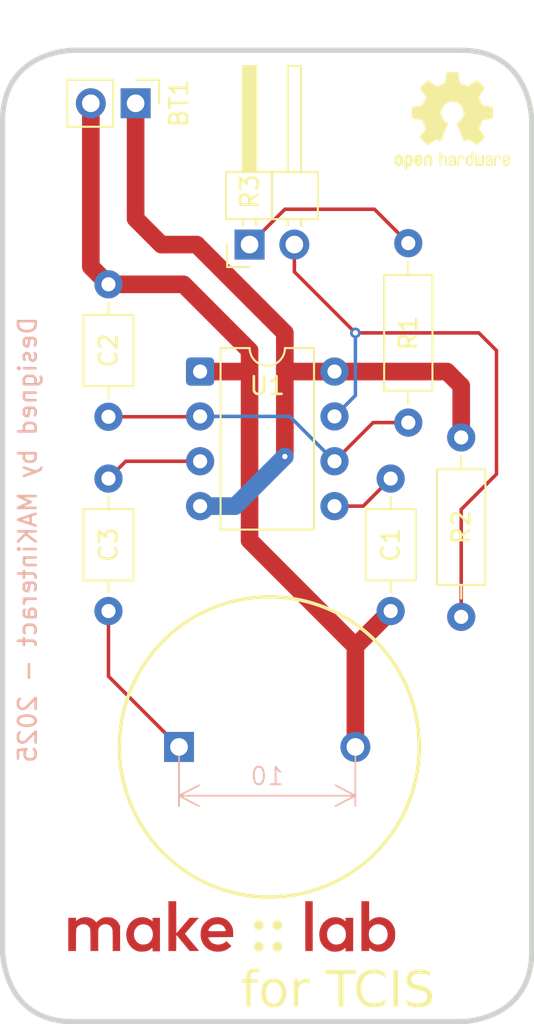
<source format=kicad_pcb>
(kicad_pcb (version 20241229) (generator "pcbnew") (generator_version "9.0")
  (layers (0 "F.Cu" signal) (2 "B.Cu" signal) (13 "F.Paste" user) (15 "B.Paste" user) (5 "F.SilkS" user "F.Silkscreen") (7 "B.SilkS" user "B.Silkscreen") (1 "F.Mask" user) (3 "B.Mask" user) (25 "Edge.Cuts" user))
  (net 0 "")
  (net 1 "+9V")
  (net 2 "GND")
  (net 3 "Net-(U1-CV)")
  (net 4 "Net-(U1-THR)")
  (net 5 "Net-(U1-Q)")
  (net 6 "Net-(C3-Pad2)")
  (net 7 "A")
  (net 8 "B")
  (footprint "Library:Speaker" (layer "F.Cu") (at 107 53.205)
    (property "Reference" "LS1" (hide yes))
    (property "Value" "Piezo Speaker")
    (pad "1" thru_hole rect (at -6 15.24) (size 1.7 1.7) (drill 1) (layers "*.Cu" "*.Mask") (net 6 "Net-(C3-Pad2)"))
    (pad "2" thru_hole oval (at 4 15.24) (size 1.7 1.7) (drill 1) (layers "*.Cu" "*.Mask") (net 2 "GND"))
  )
  (footprint "Package_DIP:DIP-8_W7.62mm" (layer "F.Cu") (at 102.195 47.19)
    (property "Reference" "U1" (at 3.81 0.81 0) (layer "F.SilkS"))
    (property "Value" "NE555P")
    (pad "1" thru_hole roundrect (at 0 0) (size 1.6 1.6) (drill 0.8) (layers "*.Cu" "*.Mask") (roundrect_rratio 0.15625) (net 2 "GND"))
    (pad "2" thru_hole circle (at 0 2.54) (size 1.6 1.6) (drill 0.8) (layers "*.Cu" "*.Mask") (net 4 "Net-(U1-THR)"))
    (pad "3" thru_hole circle (at 0 5.08) (size 1.6 1.6) (drill 0.8) (layers "*.Cu" "*.Mask") (net 5 "Net-(U1-Q)"))
    (pad "4" thru_hole circle (at 0 7.62) (size 1.6 1.6) (drill 0.8) (layers "*.Cu" "*.Mask") (net 1 "+9V"))
    (pad "5" thru_hole circle (at 7.62 7.62) (size 1.6 1.6) (drill 0.8) (layers "*.Cu" "*.Mask") (net 3 "Net-(U1-CV)"))
    (pad "6" thru_hole circle (at 7.62 5.08) (size 1.6 1.6) (drill 0.8) (layers "*.Cu" "*.Mask") (net 4 "Net-(U1-THR)"))
    (pad "7" thru_hole circle (at 7.62 2.54) (size 1.6 1.6) (drill 0.8) (layers "*.Cu" "*.Mask") (net 8 "B"))
    (pad "8" thru_hole circle (at 7.62 0) (size 1.6 1.6) (drill 0.8) (layers "*.Cu" "*.Mask") (net 1 "+9V"))
  )
  (footprint "LOGO" (layer "F.Cu") (at 104 79)
    (property "Reference" "G***" (hide yes))
    (property "Value" "LOGO" (hide yes))
    (fp_poly (pts (xy 4.58 -0.41) (xy 4.58 1) (xy 4.37 1) (xy 4.16 1) (xy 4.16 -0.41) (xy 4.16 -1.82) (xy 4.37 -1.82) (xy 4.58 -1.82)) (fill yes) (layer "F.Cu"))
    (fp_poly (pts (xy -3.155202 -0.910668) (xy -3.15 -0.001336) (xy -2.772142 -0.440668) (xy -2.394284 -0.88) (xy -2.136736 -0.88) (xy -1.879189 -0.88) (xy -2.262129 -0.445) (xy -2.360412 -0.332903) (xy -2.449998 -0.229858) (xy -2.527472 -0.139862) (xy -2.589423 -0.066911) (xy -2.632435 -0.014999) (xy -2.653096 0.011877) (xy -2.654317 0.014069) (xy -2.644236 0.034904) (xy -2.611217 0.082049) (xy -2.558401 0.151486) (xy -2.488931 0.239197) (xy -2.405948 0.341165) (xy -2.312596 0.453371) (xy -2.286724 0.484069) (xy -2.189378 0.599348) (xy -2.09948 0.705972) (xy -2.020549 0.799753) (xy -1.956107 0.876503) (xy -1.909672 0.932034) (xy -1.884765 0.962157) (xy -1.882492 0.965) (xy -1.873868 0.97901) (xy -1.877429 0.988688) (xy -1.898724 0.994828) (xy -1.943301 0.998229) (xy -2.016706 0.999687) (xy -2.124489 0.999999) (xy -2.126171 1) (xy -2.39724 1) (xy -2.77362 0.545335) (xy -3.15 0.09067) (xy -3.155376 0.545335) (xy -3.160751 1) (xy -3.380376 1) (xy -3.6 1) (xy -3.6 -0.41) (xy -3.6 -1.82) (xy -3.380202 -1.82) (xy -3.160404 -1.82)) (fill yes) (layer "F.Cu"))
    (fp_poly (pts (xy 5.965715 -0.911617) (xy 6.125733 -0.87593) (xy 6.271326 -0.809632) (xy 6.365912 -0.740906) (xy 6.44 -0.675857) (xy 6.44 -0.777929) (xy 6.44 -0.88) (xy 6.660195 -0.88) (xy 6.880391 -0.88) (xy 6.875195 0.065) (xy 6.87 1.01) (xy 6.655 1.015676) (xy 6.44 1.021353) (xy 6.44 0.918996) (xy 6.44 0.816638) (xy 6.358568 0.881134) (xy 6.23966 0.959631) (xy 6.11296 1.009721) (xy 5.968313 1.034613) (xy 5.86 1.038803) (xy 5.730136 1.034047) (xy 5.628762 1.019262) (xy 5.566576 1.001324) (xy 5.421258 0.930576) (xy 5.282563 0.828615) (xy 5.160807 0.70406) (xy 5.086198 0.6) (xy 5.018649 0.456387) (xy 4.974096 0.2902) (xy 4.953654 0.11235) (xy 4.954991 0.062452) (xy 5.392868 0.062452) (xy 5.404658 0.197312) (xy 5.438392 0.311166) (xy 5.516148 0.440989) (xy 5.621226 0.54203) (xy 5.751648 0.612487) (xy 5.77987 0.62251) (xy 5.852682 0.634267) (xy 5.946702 0.633315) (xy 6.045785 0.621249) (xy 6.133785 0.599665) (xy 6.172851 0.583686) (xy 6.266963 0.517528) (xy 6.35137 0.425355) (xy 6.414168 0.321094) (xy 6.428914 0.284105) (xy 6.451918 0.177474) (xy 6.458689 0.052624) (xy 6.449319 -0.072145) (xy 6.426656 -0.170734) (xy 6.368124 -0.283879) (xy 6.279289 -0.381332) (xy 6.168651 -0.457116) (xy 6.044709 -0.505253) (xy 5.93 -0.52) (xy 5.798831 -0.501029) (xy 5.673553 -0.448014) (xy 5.563006 -0.366802) (xy 5.476025 -0.26324) (xy 5.440155 -0.195929) (xy 5.404719 -0.073851) (xy 5.392868 0.062452) (xy 4.954991 0.062452) (xy 4.958438 -0.066254) (xy 4.989562 -0.234701) (xy 4.998016 -0.262999) (xy 5.074675 -0.441776) (xy 5.182374 -0.598704) (xy 5.317603 -0.7296) (xy 5.472082 -0.827902) (xy 5.631591 -0.888313) (xy 5.798568 -0.915981)) (fill yes) (layer "F.Cu"))
    (fp_poly (pts (xy -4.967989 -0.910018) (xy -4.806093 -0.870039) (xy -4.655484 -0.795934) (xy -4.605 -0.760653) (xy -4.5 -0.680615) (xy -4.5 -0.780308) (xy -4.5 -0.88) (xy -4.29 -0.88) (xy -4.08 -0.88) (xy -4.08 0.07) (xy -4.08 1.02) (xy -4.29 1.02) (xy -4.5 1.02) (xy -4.5 0.92) (xy -4.502225 0.86294) (xy -4.507912 0.826735) (xy -4.51236 0.82) (xy -4.533397 0.832091) (xy -4.572808 0.862793) (xy -4.596344 0.882886) (xy -4.679386 0.94624) (xy -4.76603 0.989867) (xy -4.866546 1.017125) (xy -4.991205 1.031372) (xy -5.06 1.034498) (xy -5.169928 1.035906) (xy -5.252138 1.031613) (xy -5.318658 1.02043) (xy -5.375717 1.003252) (xy -5.540333 0.924335) (xy -5.683609 0.814693) (xy -5.803006 0.678912) (xy -5.895984 0.521573) (xy -5.960003 0.34726) (xy -5.992521 0.160557) (xy -5.992342 0.13768) (xy -5.55255 0.13768) (xy -5.519666 0.277729) (xy -5.457302 0.402939) (xy -5.368983 0.507396) (xy -5.258236 0.585184) (xy -5.177125 0.618268) (xy -5.10338 0.630767) (xy -5.010631 0.632857) (xy -4.914586 0.625525) (xy -4.830953 0.609761) (xy -4.787239 0.593742) (xy -4.671596 0.512796) (xy -4.581918 0.406897) (xy -4.519501 0.282579) (xy -4.485643 0.146377) (xy -4.481641 0.004826) (xy -4.508792 -0.135538) (xy -4.568393 -0.268182) (xy -4.605358 -0.32258) (xy -4.697788 -0.415945) (xy -4.809057 -0.476375) (xy -4.942636 -0.505434) (xy -5.018955 -0.508687) (xy -5.147124 -0.498314) (xy -5.250975 -0.465363) (xy -5.342123 -0.404825) (xy -5.40591 -0.341894) (xy -5.485044 -0.233798) (xy -5.53325 -0.114446) (xy -5.552428 -0.011292) (xy -5.55255 0.13768) (xy -5.992342 0.13768) (xy -5.991 -0.033952) (xy -5.983489 -0.093386) (xy -5.943837 -0.256448) (xy -5.878561 -0.416165) (xy -5.794022 -0.558529) (xy -5.743085 -0.622716) (xy -5.61205 -0.742785) (xy -5.463203 -0.832255) (xy -5.302364 -0.890421) (xy -5.135353 -0.916577)) (fill yes) (layer "F.Cu"))
    (fp_poly (pts (xy 7.78 -1.247929) (xy 7.78 -0.675857) (xy 7.854087 -0.740906) (xy 7.985665 -0.830774) (xy 8.136018 -0.889593) (xy 8.29837 -0.917088) (xy 8.46594 -0.912983) (xy 8.631951 -0.877003) (xy 8.789625 -0.808871) (xy 8.836253 -0.780854) (xy 8.975067 -0.670862) (xy 9.089428 -0.534357) (xy 9.155624 -0.424087) (xy 9.206231 -0.312136) (xy 9.238861 -0.197347) (xy 9.255454 -0.068956) (xy 9.257949 0.083801) (xy 9.256291 0.134723) (xy 9.25108 0.236251) (xy 9.243383 0.310781) (xy 9.230342 0.371315) (xy 9.209104 0.430854) (xy 9.176813 0.502397) (xy 9.174464 0.50735) (xy 9.074227 0.677469) (xy 8.949431 0.816421) (xy 8.798702 0.925633) (xy 8.743314 0.955253) (xy 8.670235 0.989862) (xy 8.611225 1.012031) (xy 8.552411 1.02491) (xy 8.479918 1.031648) (xy 8.391821 1.035056) (xy 8.280106 1.035939) (xy 8.195943 1.030295) (xy 8.127237 1.016914) (xy 8.088463 1.004689) (xy 8.014169 0.971524) (xy 7.931851 0.925014) (xy 7.883463 0.892542) (xy 7.78 0.816593) (xy 7.78 0.908296) (xy 7.78 1) (xy 7.56 1) (xy 7.34 1) (xy 7.34 0.099444) (xy 7.763688 0.099444) (xy 7.764097 0.107341) (xy 7.788505 0.265224) (xy 7.843167 0.396968) (xy 7.928211 0.50275) (xy 8.043765 0.582743) (xy 8.13987 0.62251) (xy 8.211812 0.634131) (xy 8.305002 0.633359) (xy 8.403206 0.621764) (xy 8.490189 0.600919) (xy 8.53 0.584749) (xy 8.644611 0.503843) (xy 8.737544 0.392905) (xy 8.782415 0.31) (xy 8.817747 0.189743) (xy 8.828545 0.053566) (xy 8.814854 -0.082891) (xy 8.780971 -0.194541) (xy 8.708611 -0.315532) (xy 8.612561 -0.409256) (xy 8.499106 -0.474488) (xy 8.374536 -0.510002) (xy 8.245137 -0.514572) (xy 8.117198 -0.486971) (xy 7.997004 -0.425975) (xy 7.920423 -0.362329) (xy 7.841451 -0.267285) (xy 7.790995 -0.164623) (xy 7.766069 -0.045371) (xy 7.763688 0.099444) (xy 7.34 0.099444) (xy 7.34 -0.41) (xy 7.34 -1.82) (xy 7.56 -1.82) (xy 7.78 -1.82)) (fill yes) (layer "F.Cu"))
    (fp_poly (pts (xy -0.750809 -0.91508) (xy -0.56169 -0.88568) (xy -0.392135 -0.821748) (xy -0.243855 -0.724544) (xy -0.118559 -0.59533) (xy -0.017957 -0.435366) (xy 0.022339 -0.344785) (xy 0.044109 -0.281043) (xy 0.057947 -0.215747) (xy 0.065526 -0.136827) (xy 0.068517 -0.032211) (xy 0.068695 -0.01) (xy 0.07 0.21) (xy -0.635 0.215255) (xy -0.8308 0.217028) (xy -0.989659 0.219222) (xy -1.114636 0.221968) (xy -1.20879 0.225396) (xy -1.275181 0.229636) (xy -1.316866 0.234818) (xy -1.336904 0.241073) (xy -1.339813 0.245255) (xy -1.330315 0.274977) (xy -1.305927 0.326364) (xy -1.280442 0.37319) (xy -1.196585 0.485048) (xy -1.090437 0.565267) (xy -0.959644 0.615247) (xy -0.842456 0.633858) (xy -0.679816 0.629583) (xy -0.530049 0.589496) (xy -0.397743 0.514845) (xy -0.393758 0.51183) (xy -0.304931 0.444027) (xy -0.167466 0.583479) (xy -0.03 0.722931) (xy -0.11239 0.796866) (xy -0.258354 0.90324) (xy -0.425242 0.982545) (xy -0.5107 1.009341) (xy -0.620519 1.028496) (xy -0.751325 1.03707) (xy -0.886721 1.035071) (xy -1.01031 1.022505) (xy -1.074987 1.009097) (xy -1.255689 0.940851) (xy -1.414061 0.841345) (xy -1.547444 0.71415) (xy -1.65318 0.562835) (xy -1.728609 0.390969) (xy -1.771074 0.202123) (xy -1.779763 0.062893) (xy -1.765617 -0.131705) (xy -1.755533 -0.171368) (xy -1.342761 -0.171368) (xy -1.33494 -0.149822) (xy -1.306067 -0.135319) (xy -1.252636 -0.126472) (xy -1.171135 -0.121892) (xy -1.058059 -0.120191) (xy -0.909897 -0.119979) (xy -0.84 -0.12) (xy -0.678323 -0.120444) (xy -0.552979 -0.121896) (xy -0.460314 -0.12454) (xy -0.396668 -0.128558) (xy -0.358386 -0.134134) (xy -0.341811 -0.141451) (xy -0.34044 -0.145) (xy -0.352963 -0.195427) (xy -0.38413 -0.262121) (xy -0.426318 -0.331178) (xy -0.471906 -0.388698) (xy -0.476796 -0.393719) (xy -0.56894 -0.463901) (xy -0.678225 -0.504614) (xy -0.810501 -0.517672) (xy -0.869579 -0.515661) (xy -1.012675 -0.491679) (xy -1.130882 -0.438178) (xy -1.228878 -0.352577) (xy -1.275 -0.292157) (xy -1.309282 -0.241148) (xy -1.333039 -0.201347) (xy -1.342761 -0.171368) (xy -1.755533 -0.171368) (xy -1.722065 -0.303001) (xy -1.646578 -0.457317) (xy -1.536629 -0.600977) (xy -1.498121 -0.641362) (xy -1.348814 -0.764717) (xy -1.182631 -0.851828) (xy -0.999779 -0.902619) (xy -0.800466 -0.917013)) (fill yes) (layer "F.Cu"))
    (fp_poly (pts (xy -8.241304 -0.915953) (xy -8.073189 -0.889035) (xy -7.924502 -0.829823) (xy -7.799014 -0.739962) (xy -7.768571 -0.709557) (xy -7.686108 -0.621005) (xy -7.595474 -0.707848) (xy -7.524461 -0.766422) (xy -7.439537 -0.823487) (xy -7.38742 -0.852346) (xy -7.32986 -0.878818) (xy -7.279395 -0.895705) (xy -7.224015 -0.90512) (xy -7.151708 -0.909179) (xy -7.06 -0.91) (xy -6.959724 -0.908823) (xy -6.887375 -0.903977) (xy -6.830918 -0.893496) (xy -6.778316 -0.875413) (xy -6.7376 -0.857297) (xy -6.591964 -0.769303) (xy -6.476355 -0.656718) (xy -6.396893 -0.53) (xy -6.340032 -0.41) (xy -6.340016 0.295) (xy -6.34 1) (xy -6.55 1) (xy -6.76 1) (xy -6.760112 0.415) (xy -6.760861 0.248214) (xy -6.762941 0.097556) (xy -6.766197 -0.032103) (xy -6.770477 -0.135892) (xy -6.775627 -0.20894) (xy -6.780881 -0.244379) (xy -6.828944 -0.348919) (xy -6.904707 -0.430567) (xy -7.001487 -0.48687) (xy -7.1126 -0.515375) (xy -7.231362 -0.513629) (xy -7.35109 -0.479179) (xy -7.381253 -0.46472) (xy -7.459465 -0.415051) (xy -7.512562 -0.35683) (xy -7.533537 -0.321574) (xy -7.546589 -0.295862) (xy -7.556936 -0.270428) (xy -7.564891 -0.240506) (xy -7.570768 -0.20133) (xy -7.574882 -0.148135) (xy -7.577547 -0.076155) (xy -7.579078 0.019375) (xy -7.579787 0.143222) (xy -7.579991 0.300151) (xy -7.58 0.383145) (xy -7.58 1) (xy -7.8 1) (xy -8.02 1) (xy -8.020112 0.405) (xy -8.020794 0.250022) (xy -8.022667 0.105463) (xy -8.025565 -0.023024) (xy -8.029318 -0.129781) (xy -8.033758 -0.209155) (xy -8.038717 -0.255489) (xy -8.039917 -0.260888) (xy -8.078582 -0.338284) (xy -8.14537 -0.412411) (xy -8.229206 -0.472014) (xy -8.264358 -0.488987) (xy -8.377159 -0.517029) (xy -8.493776 -0.513235) (xy -8.605671 -0.480921) (xy -8.704308 -0.423401) (xy -8.781149 -0.343991) (xy -8.818728 -0.273699) (xy -8.825282 -0.235423) (xy -8.83074 -0.159811) (xy -8.835017 -0.049513) (xy -8.838027 0.092821) (xy -8.839686 0.26454) (xy -8.84 0.391301) (xy -8.84 1) (xy -9.06 1) (xy -9.28 1) (xy -9.28 0.06) (xy -9.28 -0.88) (xy -9.06 -0.88) (xy -8.84 -0.88) (xy -8.84 -0.786259) (xy -8.84 -0.692517) (xy -8.785 -0.742616) (xy -8.654897 -0.835321) (xy -8.50579 -0.893389) (xy -8.336829 -0.917092)) (fill yes) (layer "F.Cu"))
  )
  (footprint "Capacitor_THT:C_Axial_L3.8mm_D2.6mm_P7.50mm_Horizontal" (layer "F.Cu") (at 97 53.25 -90)
    (property "Reference" "C3" (at 3.75 0 90) (layer "F.SilkS"))
    (property "Value" "100u")
    (pad "1" thru_hole circle (at 0 0 270) (size 1.6 1.6) (drill 0.8) (layers "*.Cu" "*.Mask") (net 5 "Net-(U1-Q)"))
    (pad "2" thru_hole oval (at 7.5 0 270) (size 1.6 1.6) (drill 0.8) (layers "*.Cu" "*.Mask") (net 6 "Net-(C3-Pad2)"))
  )
  (footprint "Resistor_THT:R_Axial_DIN0207_L6.3mm_D2.5mm_P10.16mm_Horizontal" (layer "F.Cu") (at 117 50.92 -90)
    (property "Reference" "R2" (at 5.08 0 90) (layer "F.SilkS"))
    (property "Value" "10K")
    (pad "1" thru_hole circle (at 0 0 270) (size 1.6 1.6) (drill 0.8) (layers "*.Cu" "*.Mask") (net 1 "+9V"))
    (pad "2" thru_hole oval (at 10.16 0 270) (size 1.6 1.6) (drill 0.8) (layers "*.Cu" "*.Mask") (net 8 "B"))
  )
  (footprint "Capacitor_THT:C_Axial_L3.8mm_D2.6mm_P7.50mm_Horizontal" (layer "F.Cu") (at 113 53.25 -90)
    (property "Reference" "C1" (at 3.75 0 90) (layer "F.SilkS"))
    (property "Value" "100n")
    (pad "1" thru_hole circle (at 0 0 270) (size 1.6 1.6) (drill 0.8) (layers "*.Cu" "*.Mask") (net 3 "Net-(U1-CV)"))
    (pad "2" thru_hole oval (at 7.5 0 270) (size 1.6 1.6) (drill 0.8) (layers "*.Cu" "*.Mask") (net 2 "GND"))
  )
  (footprint "Connector_PinHeader_2.54mm:PinHeader_1x02_P2.54mm_Horizontal" (layer "F.Cu") (at 105 40 90)
    (property "Reference" "R3" (at 3 0 90) (layer "F.SilkS"))
    (property "Value" "Any Variable Resistor")
    (pad "1" thru_hole rect (at 0 0 90) (size 1.7 1.7) (drill 1) (layers "*.Cu" "*.Mask") (net 7 "A"))
    (pad "2" thru_hole oval (at 0 2.54 90) (size 1.7 1.7) (drill 1) (layers "*.Cu" "*.Mask") (net 8 "B"))
  )
  (footprint "Symbol:OSHW-Logo2_7.3x6mm_SilkScreen" (layer "F.Cu") (at 116.5 33)
    (property "Reference" "REF**" (hide yes))
    (property "Value" "OSHW-Logo2_7.3x6mm_SilkScreen" (hide yes))
  )
  (footprint "Resistor_THT:R_Axial_DIN0207_L6.3mm_D2.5mm_P10.16mm_Horizontal" (layer "F.Cu") (at 114 50.08 90)
    (property "Reference" "R1" (at 5.08 0 90) (layer "F.SilkS"))
    (property "Value" "300K")
    (pad "1" thru_hole circle (at 0 0 90) (size 1.6 1.6) (drill 0.8) (layers "*.Cu" "*.Mask") (net 4 "Net-(U1-THR)"))
    (pad "2" thru_hole oval (at 10.16 0 90) (size 1.6 1.6) (drill 0.8) (layers "*.Cu" "*.Mask") (net 7 "A"))
  )
  (footprint "Connector_PinHeader_2.54mm:PinHeader_1x02_P2.54mm_Vertical" (layer "F.Cu") (at 98.54 32 -90)
    (property "Reference" "BT1" (at 0 -2.46 90) (layer "F.SilkS"))
    (property "Value" "9V")
    (pad "1" thru_hole rect (at 0 0 270) (size 1.7 1.7) (drill 1) (layers "*.Cu" "*.Mask") (net 1 "+9V"))
    (pad "2" thru_hole oval (at 0 2.54 270) (size 1.7 1.7) (drill 1) (layers "*.Cu" "*.Mask") (net 2 "GND"))
  )
  (footprint "Capacitor_THT:C_Axial_L3.8mm_D2.6mm_P7.50mm_Horizontal" (layer "F.Cu") (at 97 49.75 90)
    (property "Reference" "C2" (at 3.75 0 90) (layer "F.SilkS"))
    (property "Value" "470p")
    (pad "1" thru_hole circle (at 0 0 90) (size 1.6 1.6) (drill 0.8) (layers "*.Cu" "*.Mask") (net 4 "Net-(U1-THR)"))
    (pad "2" thru_hole oval (at 7.5 0 90) (size 1.6 1.6) (drill 0.8) (layers "*.Cu" "*.Mask") (net 2 "GND"))
  )
  (gr_curve (pts (xy 121 80) (xy 121 84) (xy 117 84) (xy 117 84)) (stroke (width 0.3)) (layer "Edge.Cuts"))
  (gr_line (start 91 80) (end 91 33) (stroke (width 0.3)) (layer "Edge.Cuts"))
  (gr_line (start 121 33) (end 121 80) (stroke (width 0.3)) (layer "Edge.Cuts"))
  (gr_curve (pts (xy 95 84) (xy 91 84) (xy 91 80) (xy 91 80)) (stroke (width 0.3)) (layer "Edge.Cuts"))
  (gr_line (start 95 29) (end 117 29) (stroke (width 0.3)) (layer "Edge.Cuts"))
  (gr_curve (pts (xy 91 33) (xy 91 29) (xy 95 29) (xy 95 29)) (stroke (width 0.3)) (layer "Edge.Cuts"))
  (gr_line (start 117 84) (end 95 84) (stroke (width 0.3)) (layer "Edge.Cuts"))
  (gr_curve (pts (xy 117 29) (xy 121 29) (xy 121 33) (xy 121 33)) (stroke (width 0.3)) (layer "Edge.Cuts"))
  (gr_text "for TCIS" (at 104.5 83.5 0) (layer "F.SilkS") (effects (font (size 2.032 2.032)) (justify left bottom)))
  (gr_text "Designed by MAKinteract - 2025" (at 93 44 90) (layer "B.SilkS") (effects (font (size 1 1)) (justify left bottom mirror)))
  (segment (start 107 45) (end 105.25 43.25) (width 1) (layer "F.Cu") (net 1))
  (segment (start 107 49.5) (end 107 47) (width 1) (layer "F.Cu") (net 1))
  (segment (start 98.54 38.54) (end 98.54 32) (width 1) (layer "F.Cu") (net 1))
  (segment (start 100 40) (end 98.54 38.54) (width 1) (layer "F.Cu") (net 1))
  (segment (start 116.19 47.19) (end 117 48) (width 1) (layer "F.Cu") (net 1))
  (segment (start 107.19 47.19) (end 107 47) (width 1) (layer "F.Cu") (net 1))
  (segment (start 102 40) (end 105.25 43.25) (width 1) (layer "F.Cu") (net 1))
  (segment (start 102 40) (end 100 40) (width 1) (layer "F.Cu") (net 1))
  (segment (start 107 47) (end 107 45) (width 1) (layer "F.Cu") (net 1))
  (segment (start 109.815 47.19) (end 107.19 47.19) (width 1) (layer "F.Cu") (net 1))
  (segment (start 107 49.5) (end 107 52) (width 1) (layer "F.Cu") (net 1))
  (segment (start 117 48) (end 117 50.92) (width 1) (layer "F.Cu") (net 1))
  (segment (start 109.815 47.19) (end 116.19 47.19) (width 1) (layer "F.Cu") (net 1))
  (via (at 107 52) (size 0.6) (drill 0.3) (layers "F.Cu" "B.Cu") (net 1))
  (segment (start 102.385 55) (end 102.195 54.81) (width 1) (layer "B.Cu") (net 1))
  (segment (start 107 52) (end 104.19 54.81) (width 1) (layer "B.Cu") (net 1))
  (segment (start 104.19 54.81) (end 102.195 54.81) (width 1) (layer "B.Cu") (net 1))
  (segment (start 111 68.445) (end 111 62.75) (width 1) (layer "F.Cu") (net 2))
  (segment (start 104.81 47.19) (end 105 47) (width 1) (layer "F.Cu") (net 2))
  (segment (start 96 41.25) (end 97 42.25) (width 1) (layer "F.Cu") (net 2))
  (segment (start 101.25 42.25) (end 105 46) (width 1) (layer "F.Cu") (net 2))
  (segment (start 105 56.75) (end 111 62.75) (width 1) (layer "F.Cu") (net 2))
  (segment (start 111 62.75) (end 113 60.75) (width 1) (layer "F.Cu") (net 2))
  (segment (start 96 32) (end 96 41.25) (width 1) (layer "F.Cu") (net 2))
  (segment (start 102.195 47.19) (end 104.81 47.19) (width 1) (layer "F.Cu") (net 2))
  (segment (start 97 42.25) (end 101.25 42.25) (width 1) (layer "F.Cu") (net 2))
  (segment (start 105 46) (end 105 47) (width 1) (layer "F.Cu") (net 2))
  (segment (start 105 47) (end 105 56.75) (width 1) (layer "F.Cu") (net 2))
  (segment (start 111.44 54.81) (end 113 53.25) (width 0.2) (layer "F.Cu") (net 3))
  (segment (start 109.815 54.81) (end 111.44 54.81) (width 0.2) (layer "F.Cu") (net 3))
  (segment (start 112.005 50.08) (end 114 50.08) (width 0.2) (layer "F.Cu") (net 4))
  (segment (start 97 49.75) (end 102.175 49.75) (width 0.2) (layer "F.Cu") (net 4))
  (segment (start 102.175 49.75) (end 102.195 49.73) (width 0.2) (layer "F.Cu") (net 4))
  (segment (start 109.815 52.27) (end 112.005 50.08) (width 0.2) (layer "F.Cu") (net 4))
  (segment (start 107.275 49.73) (end 109.815 52.27) (width 0.2) (layer "B.Cu") (net 4))
  (segment (start 102.195 49.73) (end 107.275 49.73) (width 0.2) (layer "B.Cu") (net 4))
  (segment (start 97.98 52.27) (end 97 53.25) (width 0.2) (layer "F.Cu") (net 5))
  (segment (start 102.195 52.27) (end 97.98 52.27) (width 0.2) (layer "F.Cu") (net 5))
  (segment (start 97 60.75) (end 97 64.445) (width 0.2) (layer "F.Cu") (net 6))
  (segment (start 97 64.445) (end 101 68.445) (width 0.2) (layer "F.Cu") (net 6))
  (segment (start 107 38) (end 105 40) (width 0.2) (layer "F.Cu") (net 7))
  (segment (start 112.08 38) (end 107 38) (width 0.2) (layer "F.Cu") (net 7))
  (segment (start 114 39.92) (end 112.08 38) (width 0.2) (layer "F.Cu") (net 7))
  (segment (start 117 61.08) (end 117 55) (width 0.2) (layer "F.Cu") (net 8))
  (segment (start 118 45) (end 111 45) (width 0.2) (layer "F.Cu") (net 8))
  (segment (start 119 46) (end 118 45) (width 0.2) (layer "F.Cu") (net 8))
  (segment (start 107.54 41.54) (end 107.54 40) (width 0.2) (layer "F.Cu") (net 8))
  (segment (start 119 53) (end 119 46) (width 0.2) (layer "F.Cu") (net 8))
  (segment (start 117 55) (end 119 53) (width 0.2) (layer "F.Cu") (net 8))
  (segment (start 111 45) (end 107.54 41.54) (width 0.2) (layer "F.Cu") (net 8))
  (via (at 111 45) (size 0.6) (drill 0.3) (layers "F.Cu" "B.Cu") (net 8))
  (segment (start 109.815 49.73) (end 111 48.545) (width 0.2) (layer "B.Cu") (net 8))
  (segment (start 111 48.545) (end 111 45) (width 0.2) (layer "B.Cu") (net 8))
)
</source>
